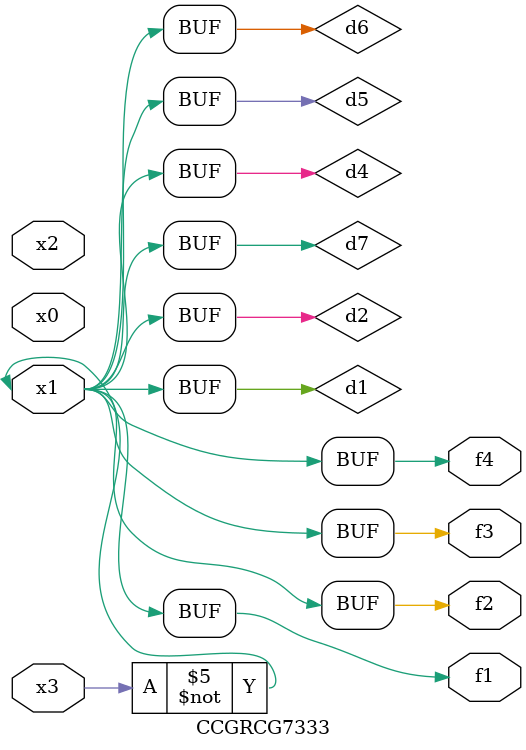
<source format=v>
module CCGRCG7333(
	input x0, x1, x2, x3,
	output f1, f2, f3, f4
);

	wire d1, d2, d3, d4, d5, d6, d7;

	not (d1, x3);
	buf (d2, x1);
	xnor (d3, d1, d2);
	nor (d4, d1);
	buf (d5, d1, d2);
	buf (d6, d4, d5);
	nand (d7, d4);
	assign f1 = d6;
	assign f2 = d7;
	assign f3 = d6;
	assign f4 = d6;
endmodule

</source>
